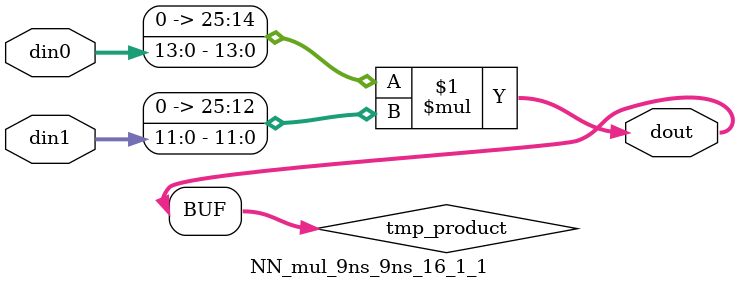
<source format=v>

`timescale 1 ns / 1 ps

 module NN_mul_9ns_9ns_16_1_1(din0, din1, dout);
parameter ID = 1;
parameter NUM_STAGE = 0;
parameter din0_WIDTH = 14;
parameter din1_WIDTH = 12;
parameter dout_WIDTH = 26;

input [din0_WIDTH - 1 : 0] din0; 
input [din1_WIDTH - 1 : 0] din1; 
output [dout_WIDTH - 1 : 0] dout;

wire signed [dout_WIDTH - 1 : 0] tmp_product;
























assign tmp_product = $signed({1'b0, din0}) * $signed({1'b0, din1});











assign dout = tmp_product;





















endmodule

</source>
